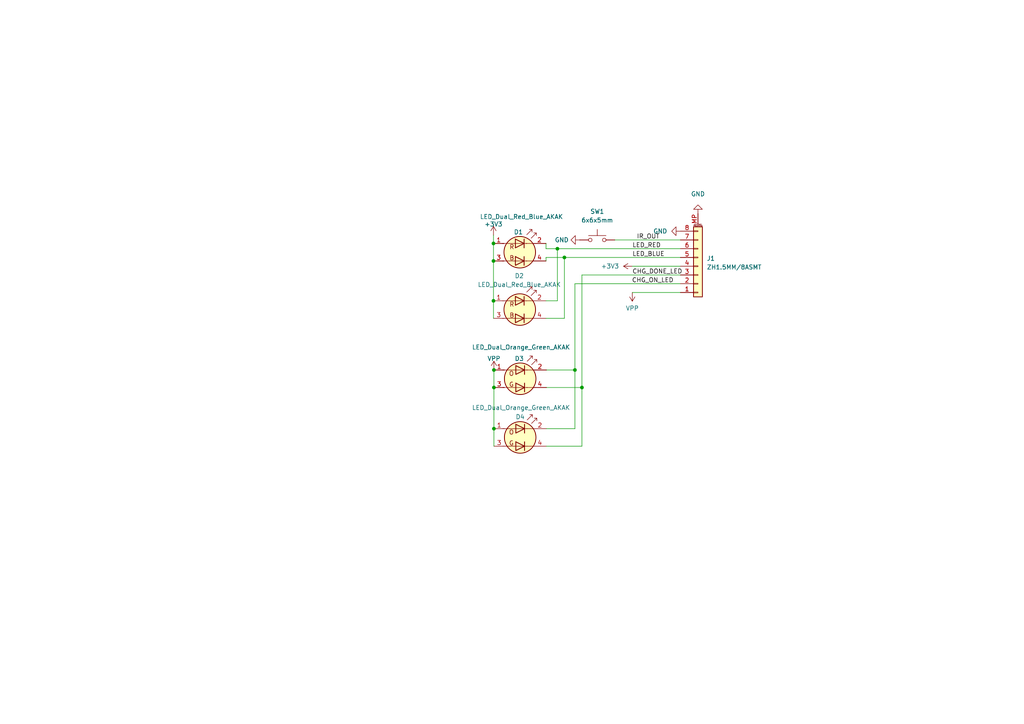
<source format=kicad_sch>
(kicad_sch (version 20230121) (generator eeschema)
  (paper "A4")
  (title_block (title "ECS-01-Switch") (date "2022-09-13") (rev "V0.1") (company "Timye"))
  (lib_symbols
    (symbol "Connector_Generic_MountingPin:Conn_01x08_MountingPin" (pin_names (offset 1.016) hide)
      (property "Reference" "J" (at 0 10.16 0))
      (property "Value" "Conn_01x08_MountingPin" (at 1.27 -12.7 0))
      (symbol "Conn_01x08_MountingPin_1_1"
        (rectangle (start -1.27 -10.033) (end 0 -10.287) (stroke (width 0.1524)))
        (rectangle (start -1.27 -7.493) (end 0 -7.747) (stroke (width 0.1524)))
        (rectangle (start -1.27 -4.953) (end 0 -5.207) (stroke (width 0.1524)))
        (rectangle (start -1.27 -2.413) (end 0 -2.667) (stroke (width 0.1524)))
        (rectangle (start -1.27 0.127) (end 0 -0.127) (stroke (width 0.1524)))
        (rectangle (start -1.27 2.667) (end 0 2.413) (stroke (width 0.1524)))
        (rectangle (start -1.27 5.207) (end 0 4.953) (stroke (width 0.1524)))
        (rectangle (start -1.27 7.747) (end 0 7.493) (stroke (width 0.1524)))
        (rectangle (start -1.27 8.89) (end 1.27 -11.43) (stroke (width 0.254)) (fill (type background)))
        (polyline (pts (xy -1.016 -12.192) (xy 1.016 -12.192)) (stroke (width 0.1524)))
        (text "Mounting" (at 0 -11.811 0) (effects (font (size 0.381 0.381))))
        (pin passive line (at -5.08 7.62 0) (length 3.81) (name "Pin_1") (number "1"))
        (pin passive line (at -5.08 5.08 0) (length 3.81) (name "Pin_2") (number "2"))
        (pin passive line (at -5.08 2.54 0) (length 3.81) (name "Pin_3") (number "3"))
        (pin passive line (at -5.08 0 0) (length 3.81) (name "Pin_4") (number "4"))
        (pin passive line (at -5.08 -2.54 0) (length 3.81) (name "Pin_5") (number "5"))
        (pin passive line (at -5.08 -5.08 0) (length 3.81) (name "Pin_6") (number "6"))
        (pin passive line (at -5.08 -7.62 0) (length 3.81) (name "Pin_7") (number "7"))
        (pin passive line (at -5.08 -10.16 0) (length 3.81) (name "Pin_8") (number "8"))
        (pin passive line (at 0 -15.24 90) (length 3.048) (name "MountPin") (number "MP"))
      )
    )
    (symbol "Ovo_Device:LED_Dual_Orange_Green_AKAK" (pin_names (offset 0) hide)
      (property "Reference" "D3" (at -13.97 -6.35 0))
      (property "Value" "LED_Dual_Orange_Green_AKAK" (at 0 -6.35 0))
      (symbol "LED_Dual_Orange_Green_AKAK_0_0"
        (text "G" (at -2.54 -1.651 0) (effects (font (size 1.27 1.27))))
        (text "O" (at -2.54 1.524 0) (effects (font (size 1.27 1.27))))
      )
      (symbol "LED_Dual_Orange_Green_AKAK_0_1"
        (polyline (pts (xy -5.08 -2.54) (xy 2.032 -2.54)))
        (polyline (pts (xy -5.08 2.54) (xy 2.032 2.54)))
        (polyline (pts (xy 1.27 -1.27) (xy 1.27 -3.81)) (stroke (width 0.254)))
        (polyline (pts (xy 1.27 3.81) (xy 1.27 1.27)) (stroke (width 0.254)))
        (polyline (pts (xy 3.81 -2.54) (xy 1.905 -2.54)))
        (polyline (pts (xy 3.81 2.54) (xy 1.905 2.54)))
        (polyline (pts (xy -1.27 -1.27) (xy -1.27 -3.81) (xy 1.27 -2.54) (xy -1.27 -1.27)) (stroke (width 0.254)))
        (polyline (pts (xy -1.27 3.81) (xy -1.27 1.27) (xy 1.27 2.54) (xy -1.27 3.81)) (stroke (width 0.254)))
        (polyline (pts (xy 2.032 5.08) (xy 3.556 6.604) (xy 2.794 6.604) (xy 3.556 6.604) (xy 3.556 5.842)))
        (polyline (pts (xy 3.302 4.064) (xy 4.826 5.588) (xy 4.064 5.588) (xy 4.826 5.588) (xy 4.826 4.826)))
        (circle (center 0 0) (radius 4.572) (stroke (width 0.254)) (fill (type background)))
      )
      (symbol "LED_Dual_Orange_Green_AKAK_1_1"
        (pin input line (at -7.62 2.54 0) (length 3.048) (name "A1") (number "1"))
        (pin input line (at 7.62 2.54 180) (length 3.81) (name "K1") (number "2"))
        (pin input line (at -7.62 -2.54 0) (length 3.048) (name "A2") (number "3"))
        (pin input line (at 7.62 -2.54 180) (length 3.81) (name "K2") (number "4"))
      )
    )
    (symbol "Ovo_Device:LED_Dual_Red_Blue_AKAK" (pin_names (offset 0) hide)
      (property "Reference" "D2" (at -11.43 -5.08 0))
      (property "Value" "LED_Dual_Red_Blue_AKAK" (at 0 -5.08 0))
      (symbol "LED_Dual_Red_Blue_AKAK_0_0"
        (text "B" (at -2.286 -1.651 0) (effects (font (size 1.27 1.27))))
        (text "R" (at -2.286 1.524 0) (effects (font (size 1.27 1.27))))
      )
      (symbol "LED_Dual_Red_Blue_AKAK_0_1"
        (polyline (pts (xy -5.08 -2.54) (xy 2.032 -2.54)))
        (polyline (pts (xy -5.08 2.54) (xy 2.032 2.54)))
        (polyline (pts (xy 1.27 -1.27) (xy 1.27 -3.81)) (stroke (width 0.254)))
        (polyline (pts (xy 1.27 3.81) (xy 1.27 1.27)) (stroke (width 0.254)))
        (polyline (pts (xy 3.81 -2.54) (xy 1.905 -2.54)))
        (polyline (pts (xy 3.81 2.54) (xy 1.905 2.54)))
        (polyline (pts (xy -1.27 -1.27) (xy -1.27 -3.81) (xy 1.27 -2.54) (xy -1.27 -1.27)) (stroke (width 0.254)))
        (polyline (pts (xy -1.27 3.81) (xy -1.27 1.27) (xy 1.27 2.54) (xy -1.27 3.81)) (stroke (width 0.254)))
        (polyline (pts (xy 2.032 5.08) (xy 3.556 6.604) (xy 2.794 6.604) (xy 3.556 6.604) (xy 3.556 5.842)))
        (polyline (pts (xy 3.302 4.064) (xy 4.826 5.588) (xy 4.064 5.588) (xy 4.826 5.588) (xy 4.826 4.826)))
        (circle (center 0 0) (radius 4.572) (stroke (width 0.254)) (fill (type background)))
      )
      (symbol "LED_Dual_Red_Blue_AKAK_1_1"
        (pin input line (at -7.62 2.54 0) (length 3.048) (name "A1") (number "1"))
        (pin input line (at 7.62 2.54 180) (length 3.81) (name "K1") (number "2"))
        (pin input line (at -7.62 -2.54 0) (length 3.048) (name "A2") (number "3"))
        (pin input line (at 7.62 -2.54 180) (length 3.81) (name "K2") (number "4"))
      )
    )
    (symbol "Switch:SW_Push" (pin_numbers hide) (pin_names (offset 1.016) hide)
      (property "Reference" "SW" (at 1.27 2.54 0))
      (property "Value" "SW_Push" (at 0 -1.524 0))
      (symbol "SW_Push_0_1"
        (circle (center -2.032 0) (radius 0.508))
        (polyline (pts (xy 0 1.27) (xy 0 3.048)))
        (polyline (pts (xy 2.54 1.27) (xy -2.54 1.27)))
        (circle (center 2.032 0) (radius 0.508))
        (pin passive line (at -5.08 0 0) (length 2.54) (name "1") (number "1"))
        (pin passive line (at 5.08 0 180) (length 2.54) (name "2") (number "2"))
      )
    )
    (symbol "power:+3V3" (power) (pin_names (offset 0))
      (property "Value" "+3V3" (at 0 3.556 0))
      (symbol "+3V3_0_1"
        (polyline (pts (xy -0.762 1.27) (xy 0 2.54)))
        (polyline (pts (xy 0 0) (xy 0 2.54)))
        (polyline (pts (xy 0 2.54) (xy 0.762 1.27)))
      )
      (symbol "+3V3_1_1"
        (pin power_in line (at 0 0 90) (length 0) hide (name "+3V3") (number "1"))
      )
    )
    (symbol "power:GND" (power) (pin_names (offset 0))
      (property "Value" "GND" (at 0 -3.81 0))
      (symbol "GND_0_1"
        (polyline (pts (xy 0 0) (xy 0 -1.27) (xy 1.27 -1.27) (xy 0 -2.54) (xy -1.27 -1.27) (xy 0 -1.27)))
      )
      (symbol "GND_1_1"
        (pin power_in line (at 0 0 270) (length 0) hide (name "GND") (number "1"))
      )
    )
    (symbol "power:VPP" (power) (pin_names (offset 0))
      (property "Value" "VPP" (at 0 3.81 0))
      (symbol "VPP_0_1"
        (polyline (pts (xy -0.762 1.27) (xy 0 2.54)))
        (polyline (pts (xy 0 0) (xy 0 2.54)))
        (polyline (pts (xy 0 2.54) (xy 0.762 1.27)))
      )
      (symbol "VPP_1_1"
        (pin power_in line (at 0 0 90) (length 0) hide (name "VPP") (number "1"))
      )
    )
  )
  (junction (at 143.256 124.333))
  (junction (at 143.129 70.612))
  (junction (at 143.256 112.395))
  (junction (at 143.129 87.249))
  (junction (at 168.783 112.395))
  (junction (at 163.703 74.676))
  (junction (at 143.256 107.315))
  (junction (at 161.671 72.136))
  (junction (at 166.751 107.315))
  (junction (at 143.129 75.692))
  (wire (pts (xy 166.751 107.315) (xy 166.751 124.333)))
  (wire (pts (xy 143.129 87.249) (xy 143.129 92.329)))
  (wire (pts (xy 143.256 124.333) (xy 143.256 129.413)))
  (wire (pts (xy 168.783 112.395) (xy 158.496 112.395)))
  (wire (pts (xy 178.308 69.596) (xy 197.358 69.596)))
  (wire (pts (xy 161.671 72.136) (xy 161.671 87.249)))
  (wire (pts (xy 143.129 68.199) (xy 143.129 70.612)))
  (wire (pts (xy 143.129 70.612) (xy 143.129 75.692)))
  (wire (pts (xy 166.751 82.296) (xy 197.358 82.296)))
  (wire (pts (xy 168.783 112.395) (xy 168.783 129.413)))
  (wire (pts (xy 143.256 112.395) (xy 143.256 124.333)))
  (wire (pts (xy 158.369 72.136) (xy 161.671 72.136)))
  (wire (pts (xy 158.496 107.315) (xy 166.751 107.315)))
  (wire (pts (xy 183.388 84.836) (xy 197.358 84.836)))
  (wire (pts (xy 161.671 72.136) (xy 197.358 72.136)))
  (wire (pts (xy 197.358 74.676) (xy 163.703 74.676)))
  (wire (pts (xy 183.388 77.216) (xy 197.358 77.216)))
  (wire (pts (xy 163.703 92.329) (xy 158.369 92.329)))
  (wire (pts (xy 143.129 75.692) (xy 143.129 87.249)))
  (wire (pts (xy 158.369 70.612) (xy 158.369 72.136)))
  (wire (pts (xy 163.703 74.676) (xy 158.369 74.676)))
  (wire (pts (xy 168.783 79.756) (xy 197.358 79.756)))
  (wire (pts (xy 158.369 74.676) (xy 158.369 75.692)))
  (wire (pts (xy 158.496 124.333) (xy 166.751 124.333)))
  (wire (pts (xy 143.256 107.315) (xy 143.256 112.395)))
  (wire (pts (xy 168.783 79.756) (xy 168.783 112.395)))
  (wire (pts (xy 166.751 82.296) (xy 166.751 107.315)))
  (wire (pts (xy 168.783 129.413) (xy 158.496 129.413)))
  (wire (pts (xy 158.369 87.249) (xy 161.671 87.249)))
  (wire (pts (xy 163.703 74.676) (xy 163.703 92.329)))
  (label "IR_OUT" (at 184.658 69.596 0))
  (label "LED_BLUE" (at 183.388 74.676 0))
  (label "CHG_DONE_LED" (at 183.388 79.756 0))
  (label "CHG_ON_LED" (at 183.261 82.296 0))
  (label "LED_RED" (at 183.388 72.136 0))
  (symbol (lib_id "power:GND") (at 168.148 69.596 270) (unit 1)
    (property "Reference" "#PWR03" (effects hide))
    (property "Value" "GND" (at 164.973 69.5959 90) (effects (justify right)))
  )
  (symbol (lib_id "power:GND") (at 202.438 61.976 180) (unit 1)
    (property "Reference" "#PWR07" (effects hide))
    (property "Value" "GND" (at 202.438 56.261 0))
  )
  (symbol (lib_id "Ovo_Device:LED_Dual_Red_Blue_AKAK") (at 150.749 89.789 0) (unit 1)
    (property "Reference" "D2" (at 150.622 80.01 0))
    (property "Value" "LED_Dual_Red_Blue_AKAK" (at 150.622 82.55 0))
    (property "Footprint" "Ovo_LED_SMD:LED_Dual_1.6x1.5mm" (effects hide))
  )
  (symbol (lib_id "Connector_Generic_MountingPin:Conn_01x08_MountingPin") (at 202.438 77.216 0) (mirror x) (unit 1)
    (property "Reference" "J1" (at 204.978 74.9554 0) (effects (justify left)))
    (property "Value" "ZH1.5MM/8ASMT" (at 204.978 77.4954 0) (effects (justify left)))
    (property "Footprint" "Ovo_Connector_JST:JST_ZH_B8B-ZR-SM4-TF_1x08-1MP_P1.50mm_Vertical" (effects hide))
  )
  (symbol (lib_id "power:+3V3") (at 183.388 77.216 90) (unit 1)
    (property "Reference" "#PWR04" (effects hide))
    (property "Value" "+3V3" (at 179.578 77.2159 90) (effects (justify left)))
  )
  (symbol (lib_id "Switch:SW_Push") (at 173.228 69.596 0) (unit 1)
    (property "Reference" "SW1" (at 173.228 61.341 0))
    (property "Value" "6x6x5mm" (at 173.228 63.881 0))
    (property "Footprint" "Button_Switch_SMD:SW_Push_1P1T_NO_6x6mm_H9.5mm" (effects hide))
  )
  (symbol (lib_id "power:VPP") (at 183.388 84.836 180) (unit 1)
    (property "Reference" "#PWR05" (effects hide))
    (property "Value" "VPP" (at 183.388 89.408 0))
  )
  (symbol (lib_id "Ovo_Device:LED_Dual_Orange_Green_AKAK") (at 150.876 126.873 0) (unit 1)
    (property "Reference" "D4" (at 150.876 120.904 0))
    (property "Value" "LED_Dual_Orange_Green_AKAK" (at 151.13 118.237 0))
    (property "Footprint" "Ovo_LED_SMD:LED_Dual_1.6x1.5mm" (effects hide))
  )
  (symbol (lib_id "power:GND") (at 197.358 67.056 270) (unit 1)
    (property "Reference" "#PWR06" (effects hide))
    (property "Value" "GND" (at 193.548 67.0559 90) (effects (justify right)))
  )
  (symbol (lib_id "Ovo_Device:LED_Dual_Orange_Green_AKAK") (at 150.876 109.855 0) (unit 1)
    (property "Reference" "D3" (at 150.622 104.013 0))
    (property "Value" "LED_Dual_Orange_Green_AKAK" (at 151.13 100.711 0))
    (property "Footprint" "Ovo_LED_SMD:LED_Dual_1.6x1.5mm" (effects hide))
  )
  (symbol (lib_id "Ovo_Device:LED_Dual_Red_Blue_AKAK") (at 150.749 73.152 0) (unit 1)
    (property "Reference" "D1" (at 150.368 67.31 0))
    (property "Value" "LED_Dual_Red_Blue_AKAK" (at 151.257 62.865 0))
    (property "Footprint" "Ovo_LED_SMD:LED_Dual_1.6x1.5mm" (effects hide))
  )
  (symbol (lib_id "power:+3V3") (at 143.129 68.199 0) (unit 1)
    (property "Reference" "#PWR01" (effects hide))
    (property "Value" "+3V3" (at 143.129 65.024 0))
  )
  (symbol (lib_id "power:VPP") (at 143.256 107.315 0) (unit 1)
    (property "Reference" "#PWR02" (effects hide))
    (property "Value" "VPP" (at 143.256 104.013 0))
  )
)
</source>
